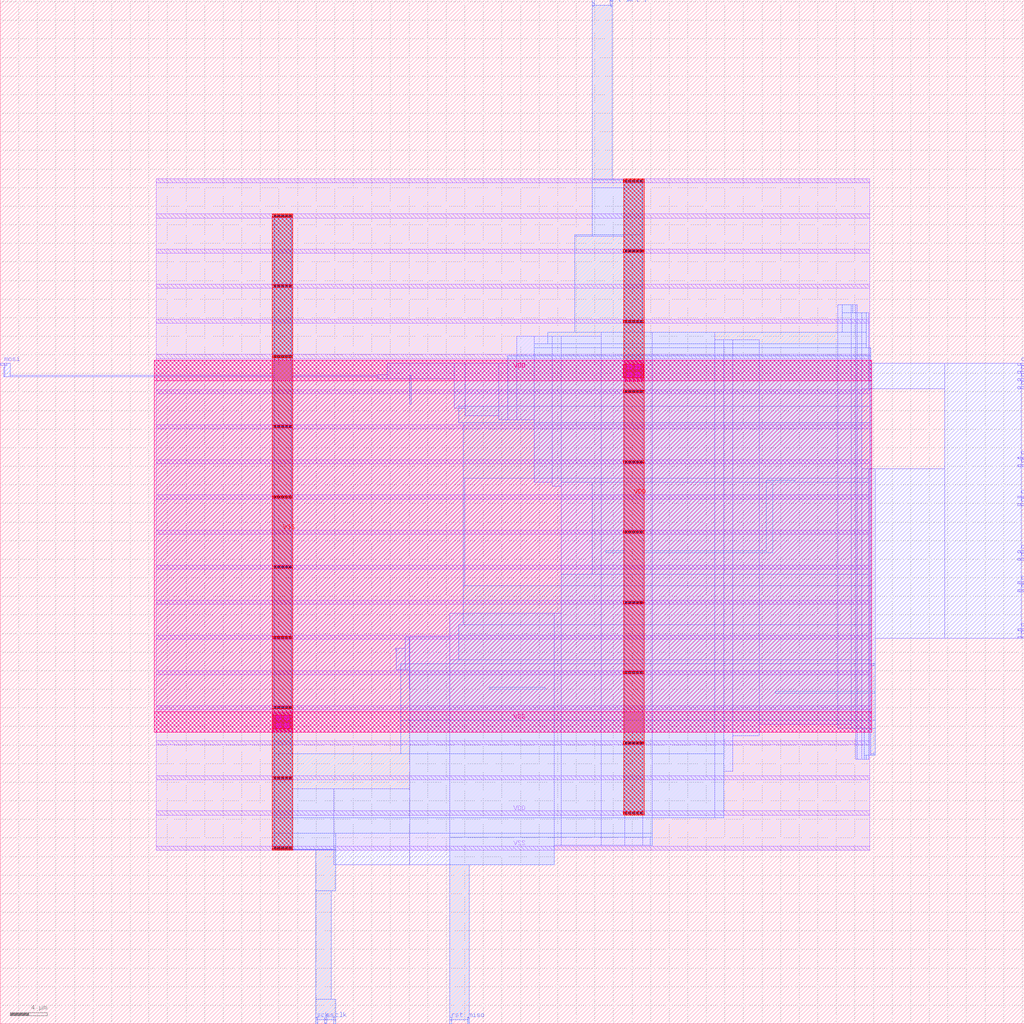
<source format=lef>
VERSION 5.8 ;
BUSBITCHARS "[]" ;
DIVIDERCHAR "/" ;
UNITS
    DATABASE MICRONS 1000 ;
END UNITS

VIA via1_2_2200_440_1_5_410_410
  VIARULE via1Array ;
  CUTSIZE 0.19 0.19 ;
  LAYERS Metal1 Via1 Metal2 ;
  CUTSPACING 0.22 0.22 ;
  ENCLOSURE 0.01 0.125 0.05 0.005 ;
  ROWCOL 1 5 ;
END via1_2_2200_440_1_5_410_410

VIA via2_3_2200_440_1_5_410_410
  VIARULE via2Array ;
  CUTSIZE 0.19 0.19 ;
  LAYERS Metal2 Via2 Metal3 ;
  CUTSPACING 0.22 0.22 ;
  ENCLOSURE 0.05 0.005 0.005 0.05 ;
  ROWCOL 1 5 ;
END via2_3_2200_440_1_5_410_410

VIA via3_4_2200_440_1_5_410_410
  VIARULE via3Array ;
  CUTSIZE 0.19 0.19 ;
  LAYERS Metal3 Via3 Metal4 ;
  CUTSPACING 0.22 0.22 ;
  ENCLOSURE 0.005 0.05 0.05 0.005 ;
  ROWCOL 1 5 ;
END via3_4_2200_440_1_5_410_410

VIA via4_5_2200_440_1_5_410_410
  VIARULE via4Array ;
  CUTSIZE 0.19 0.19 ;
  LAYERS Metal4 Via4 Metal5 ;
  CUTSPACING 0.22 0.22 ;
  ENCLOSURE 0.05 0.005 0.185 0.05 ;
  ROWCOL 1 5 ;
END via4_5_2200_440_1_5_410_410

VIA via5_6_2200_2200_2_2_840_840
  VIARULE viagen56 ;
  CUTSIZE 0.42 0.42 ;
  LAYERS Metal5 TopVia1 TopMetal1 ;
  CUTSPACING 0.42 0.42 ;
  ENCLOSURE 0.47 0.1 0.42 0.47 ;
  ROWCOL 2 2 ;
END via5_6_2200_2200_2_2_840_840

MACRO control
  FOREIGN control 0 0 ;
  CLASS BLOCK ;
  SIZE 110.22 BY 110.22 ;
  PIN VSS
    USE GROUND ;
    DIRECTION INOUT ;
    PORT
      LAYER TopMetal1 ;
        RECT  16.58 31.4 93.82 33.6 ;
      LAYER Metal5 ;
        RECT  29.3 18.68 31.5 87.16 ;
      LAYER Metal1 ;
        RECT  16.8 86.72 93.6 87.16 ;
        RECT  16.8 79.16 93.6 79.6 ;
        RECT  16.8 71.6 93.6 72.04 ;
        RECT  16.8 64.04 93.6 64.48 ;
        RECT  16.8 56.48 93.6 56.92 ;
        RECT  16.8 48.92 93.6 49.36 ;
        RECT  16.8 41.36 93.6 41.8 ;
        RECT  16.8 33.8 93.6 34.24 ;
        RECT  16.8 26.24 93.6 26.68 ;
        RECT  16.8 18.68 93.6 19.12 ;
      VIA 30.4 32.5 via5_6_2200_2200_2_2_840_840 ;
      VIA 30.4 86.94 via4_5_2200_440_1_5_410_410 ;
      VIA 30.4 86.94 via3_4_2200_440_1_5_410_410 ;
      VIA 30.4 86.94 via2_3_2200_440_1_5_410_410 ;
      VIA 30.4 86.94 via1_2_2200_440_1_5_410_410 ;
      VIA 30.4 79.38 via4_5_2200_440_1_5_410_410 ;
      VIA 30.4 79.38 via3_4_2200_440_1_5_410_410 ;
      VIA 30.4 79.38 via2_3_2200_440_1_5_410_410 ;
      VIA 30.4 79.38 via1_2_2200_440_1_5_410_410 ;
      VIA 30.4 71.82 via4_5_2200_440_1_5_410_410 ;
      VIA 30.4 71.82 via3_4_2200_440_1_5_410_410 ;
      VIA 30.4 71.82 via2_3_2200_440_1_5_410_410 ;
      VIA 30.4 71.82 via1_2_2200_440_1_5_410_410 ;
      VIA 30.4 64.26 via4_5_2200_440_1_5_410_410 ;
      VIA 30.4 64.26 via3_4_2200_440_1_5_410_410 ;
      VIA 30.4 64.26 via2_3_2200_440_1_5_410_410 ;
      VIA 30.4 64.26 via1_2_2200_440_1_5_410_410 ;
      VIA 30.4 56.7 via4_5_2200_440_1_5_410_410 ;
      VIA 30.4 56.7 via3_4_2200_440_1_5_410_410 ;
      VIA 30.4 56.7 via2_3_2200_440_1_5_410_410 ;
      VIA 30.4 56.7 via1_2_2200_440_1_5_410_410 ;
      VIA 30.4 49.14 via4_5_2200_440_1_5_410_410 ;
      VIA 30.4 49.14 via3_4_2200_440_1_5_410_410 ;
      VIA 30.4 49.14 via2_3_2200_440_1_5_410_410 ;
      VIA 30.4 49.14 via1_2_2200_440_1_5_410_410 ;
      VIA 30.4 41.58 via4_5_2200_440_1_5_410_410 ;
      VIA 30.4 41.58 via3_4_2200_440_1_5_410_410 ;
      VIA 30.4 41.58 via2_3_2200_440_1_5_410_410 ;
      VIA 30.4 41.58 via1_2_2200_440_1_5_410_410 ;
      VIA 30.4 34.02 via4_5_2200_440_1_5_410_410 ;
      VIA 30.4 34.02 via3_4_2200_440_1_5_410_410 ;
      VIA 30.4 34.02 via2_3_2200_440_1_5_410_410 ;
      VIA 30.4 34.02 via1_2_2200_440_1_5_410_410 ;
      VIA 30.4 26.46 via4_5_2200_440_1_5_410_410 ;
      VIA 30.4 26.46 via3_4_2200_440_1_5_410_410 ;
      VIA 30.4 26.46 via2_3_2200_440_1_5_410_410 ;
      VIA 30.4 26.46 via1_2_2200_440_1_5_410_410 ;
      VIA 30.4 18.9 via4_5_2200_440_1_5_410_410 ;
      VIA 30.4 18.9 via3_4_2200_440_1_5_410_410 ;
      VIA 30.4 18.9 via2_3_2200_440_1_5_410_410 ;
      VIA 30.4 18.9 via1_2_2200_440_1_5_410_410 ;
    END
  END VSS
  PIN VDD
    USE POWER ;
    DIRECTION INOUT ;
    PORT
      LAYER TopMetal1 ;
        RECT  16.58 69.2 93.82 71.4 ;
      LAYER Metal5 ;
        RECT  67.1 22.46 69.3 90.94 ;
      LAYER Metal1 ;
        RECT  16.8 90.5 93.6 90.94 ;
        RECT  16.8 82.94 93.6 83.38 ;
        RECT  16.8 75.38 93.6 75.82 ;
        RECT  16.8 67.82 93.6 68.26 ;
        RECT  16.8 60.26 93.6 60.7 ;
        RECT  16.8 52.7 93.6 53.14 ;
        RECT  16.8 45.14 93.6 45.58 ;
        RECT  16.8 37.58 93.6 38.02 ;
        RECT  16.8 30.02 93.6 30.46 ;
        RECT  16.8 22.46 93.6 22.9 ;
      VIA 68.2 70.3 via5_6_2200_2200_2_2_840_840 ;
      VIA 68.2 90.72 via4_5_2200_440_1_5_410_410 ;
      VIA 68.2 90.72 via3_4_2200_440_1_5_410_410 ;
      VIA 68.2 90.72 via2_3_2200_440_1_5_410_410 ;
      VIA 68.2 90.72 via1_2_2200_440_1_5_410_410 ;
      VIA 68.2 83.16 via4_5_2200_440_1_5_410_410 ;
      VIA 68.2 83.16 via3_4_2200_440_1_5_410_410 ;
      VIA 68.2 83.16 via2_3_2200_440_1_5_410_410 ;
      VIA 68.2 83.16 via1_2_2200_440_1_5_410_410 ;
      VIA 68.2 75.6 via4_5_2200_440_1_5_410_410 ;
      VIA 68.2 75.6 via3_4_2200_440_1_5_410_410 ;
      VIA 68.2 75.6 via2_3_2200_440_1_5_410_410 ;
      VIA 68.2 75.6 via1_2_2200_440_1_5_410_410 ;
      VIA 68.2 68.04 via4_5_2200_440_1_5_410_410 ;
      VIA 68.2 68.04 via3_4_2200_440_1_5_410_410 ;
      VIA 68.2 68.04 via2_3_2200_440_1_5_410_410 ;
      VIA 68.2 68.04 via1_2_2200_440_1_5_410_410 ;
      VIA 68.2 60.48 via4_5_2200_440_1_5_410_410 ;
      VIA 68.2 60.48 via3_4_2200_440_1_5_410_410 ;
      VIA 68.2 60.48 via2_3_2200_440_1_5_410_410 ;
      VIA 68.2 60.48 via1_2_2200_440_1_5_410_410 ;
      VIA 68.2 52.92 via4_5_2200_440_1_5_410_410 ;
      VIA 68.2 52.92 via3_4_2200_440_1_5_410_410 ;
      VIA 68.2 52.92 via2_3_2200_440_1_5_410_410 ;
      VIA 68.2 52.92 via1_2_2200_440_1_5_410_410 ;
      VIA 68.2 45.36 via4_5_2200_440_1_5_410_410 ;
      VIA 68.2 45.36 via3_4_2200_440_1_5_410_410 ;
      VIA 68.2 45.36 via2_3_2200_440_1_5_410_410 ;
      VIA 68.2 45.36 via1_2_2200_440_1_5_410_410 ;
      VIA 68.2 37.8 via4_5_2200_440_1_5_410_410 ;
      VIA 68.2 37.8 via3_4_2200_440_1_5_410_410 ;
      VIA 68.2 37.8 via2_3_2200_440_1_5_410_410 ;
      VIA 68.2 37.8 via1_2_2200_440_1_5_410_410 ;
      VIA 68.2 30.24 via4_5_2200_440_1_5_410_410 ;
      VIA 68.2 30.24 via3_4_2200_440_1_5_410_410 ;
      VIA 68.2 30.24 via2_3_2200_440_1_5_410_410 ;
      VIA 68.2 30.24 via1_2_2200_440_1_5_410_410 ;
      VIA 68.2 22.68 via4_5_2200_440_1_5_410_410 ;
      VIA 68.2 22.68 via3_4_2200_440_1_5_410_410 ;
      VIA 68.2 22.68 via2_3_2200_440_1_5_410_410 ;
      VIA 68.2 22.68 via1_2_2200_440_1_5_410_410 ;
    END
  END VDD
  PIN clk
    DIRECTION INPUT ;
    USE SIGNAL ;
    PORT
      LAYER Metal3 ;
        RECT  35.9 0 36.1 0.72 ;
    END
  END clk
  PIN dout_n[0]
    DIRECTION OUTPUT ;
    USE SIGNAL ;
    PORT
      LAYER Metal3 ;
        RECT  63.74 109.5 63.94 110.22 ;
    END
  END dout_n[0]
  PIN dout_n[1]
    DIRECTION OUTPUT ;
    USE SIGNAL ;
    PORT
      LAYER Metal2 ;
        RECT  109.5 70.04 110.22 70.24 ;
    END
  END dout_n[1]
  PIN dout_n[2]
    DIRECTION OUTPUT ;
    USE SIGNAL ;
    PORT
      LAYER Metal2 ;
        RECT  109.5 70.88 110.22 71.08 ;
    END
  END dout_n[2]
  PIN dout_n[3]
    DIRECTION OUTPUT ;
    USE SIGNAL ;
    PORT
      LAYER Metal2 ;
        RECT  109.5 60.8 110.22 61 ;
    END
  END dout_n[3]
  PIN dout_n[4]
    DIRECTION OUTPUT ;
    USE SIGNAL ;
    PORT
      LAYER Metal2 ;
        RECT  109.5 56.6 110.22 56.8 ;
    END
  END dout_n[4]
  PIN dout_n[5]
    DIRECTION OUTPUT ;
    USE SIGNAL ;
    PORT
      LAYER Metal2 ;
        RECT  109.5 50.72 110.22 50.92 ;
    END
  END dout_n[5]
  PIN dout_n[6]
    DIRECTION OUTPUT ;
    USE SIGNAL ;
    PORT
      LAYER Metal2 ;
        RECT  109.5 47.36 110.22 47.56 ;
    END
  END dout_n[6]
  PIN dout_n[7]
    DIRECTION OUTPUT ;
    USE SIGNAL ;
    PORT
      LAYER Metal2 ;
        RECT  109.5 42.32 110.22 42.52 ;
    END
  END dout_n[7]
  PIN dout_p[0]
    DIRECTION OUTPUT ;
    USE SIGNAL ;
    PORT
      LAYER Metal3 ;
        RECT  65.66 109.5 65.86 110.22 ;
    END
  END dout_p[0]
  PIN dout_p[1]
    DIRECTION OUTPUT ;
    USE SIGNAL ;
    PORT
      LAYER Metal2 ;
        RECT  109.5 68.36 110.22 68.56 ;
    END
  END dout_p[1]
  PIN dout_p[2]
    DIRECTION OUTPUT ;
    USE SIGNAL ;
    PORT
      LAYER Metal2 ;
        RECT  109.5 69.2 110.22 69.4 ;
    END
  END dout_p[2]
  PIN dout_p[3]
    DIRECTION OUTPUT ;
    USE SIGNAL ;
    PORT
      LAYER Metal2 ;
        RECT  109.5 59.96 110.22 60.16 ;
    END
  END dout_p[3]
  PIN dout_p[4]
    DIRECTION OUTPUT ;
    USE SIGNAL ;
    PORT
      LAYER Metal2 ;
        RECT  109.5 55.76 110.22 55.96 ;
    END
  END dout_p[4]
  PIN dout_p[5]
    DIRECTION OUTPUT ;
    USE SIGNAL ;
    PORT
      LAYER Metal2 ;
        RECT  109.5 49.88 110.22 50.08 ;
    END
  END dout_p[5]
  PIN dout_p[6]
    DIRECTION OUTPUT ;
    USE SIGNAL ;
    PORT
      LAYER Metal2 ;
        RECT  109.5 46.52 110.22 46.72 ;
    END
  END dout_p[6]
  PIN dout_p[7]
    DIRECTION OUTPUT ;
    USE SIGNAL ;
    PORT
      LAYER Metal2 ;
        RECT  109.5 41.48 110.22 41.68 ;
    END
  END dout_p[7]
  PIN miso
    DIRECTION OUTPUT ;
    USE SIGNAL ;
    PORT
      LAYER Metal3 ;
        RECT  50.3 0 50.5 0.72 ;
    END
  END miso
  PIN mosi
    DIRECTION INPUT ;
    USE SIGNAL ;
    PORT
      LAYER Metal2 ;
        RECT  0 70.88 0.72 71.08 ;
    END
  END mosi
  PIN rst
    DIRECTION INPUT ;
    USE SIGNAL ;
    PORT
      LAYER Metal3 ;
        RECT  48.38 0 48.58 0.72 ;
    END
  END rst
  PIN sck
    DIRECTION INPUT ;
    USE SIGNAL ;
    PORT
      LAYER Metal3 ;
        RECT  33.98 0 34.18 0.72 ;
    END
  END sck
  PIN ss
    DIRECTION INPUT ;
    USE SIGNAL ;
    PORT
      LAYER Metal3 ;
        RECT  34.94 0 35.14 0.72 ;
    END
  END ss
  OBS
    LAYER Metal1 ;
     RECT  16.8 18.68 93.6 90.94 ;
    LAYER Metal2 ;
     RECT  0.38 69.62 0.48 70.66 ;
     RECT  0.48 69.62 1.06 71.08 ;
     RECT  1.06 69.62 29.435 69.82 ;
     RECT  29.435 18.8 31.365 87.04 ;
     RECT  31.365 18.8 35.9 25.3 ;
     RECT  31.365 69.62 40.64 69.82 ;
     RECT  40.64 69.45 41.66 69.855 ;
     RECT  42.565 40.22 42.62 40.42 ;
     RECT  42.62 38.12 43.58 40.42 ;
     RECT  43.58 38.12 44 41.68 ;
     RECT  35.9 17.12 44.06 25.3 ;
     RECT  44 35.985 44.06 41.68 ;
     RECT  44.06 17.12 48.38 41.68 ;
     RECT  41.66 69.45 48.86 71.08 ;
     RECT  48.86 66.26 50.06 71.08 ;
     RECT  50.06 65.42 53.66 71.08 ;
     RECT  53.66 65 54.62 71.08 ;
     RECT  54.62 65 55.58 71.92 ;
     RECT  55.58 65 57.5 74.02 ;
     RECT  57.5 58.28 59.42 74.02 ;
     RECT  48.38 17.12 59.62 44.2 ;
     RECT  59.62 19.22 60.38 44.2 ;
     RECT  59.42 57.86 60.38 74.02 ;
     RECT  61.82 84.74 63.74 84.94 ;
     RECT  60.38 19.22 64.7 74.02 ;
     RECT  64.7 19.22 67.235 74.44 ;
     RECT  63.74 84.74 67.235 89.98 ;
     RECT  67.235 19.22 69.165 90.82 ;
     RECT  69.165 19.22 70.18 74.44 ;
     RECT  70.18 22.16 76.9 74.44 ;
     RECT  76.9 22.16 77.86 73.6 ;
     RECT  77.86 27.2 78.82 73.6 ;
     RECT  78.82 30.98 81.7 73.6 ;
     RECT  81.7 32.24 90.14 73.18 ;
     RECT  90.14 32.24 91.58 77.38 ;
     RECT  91.58 31.82 92.06 77.38 ;
     RECT  92.06 28.46 92.26 77.38 ;
     RECT  92.26 28.46 92.74 76.54 ;
     RECT  92.74 28.46 93.46 59.74 ;
     RECT  92.74 68.36 93.46 76.54 ;
     RECT  93.46 28.88 93.7 59.74 ;
     RECT  93.46 68.36 93.7 72.76 ;
     RECT  93.7 28.88 94.18 29.08 ;
     RECT  93.7 38.54 94.18 59.74 ;
     RECT  94.18 41.48 101.66 59.74 ;
     RECT  93.7 68.36 101.66 71.08 ;
     RECT  101.66 41.48 109.92 71.08 ;
    LAYER Metal3 ;
     RECT  33.98 0.42 36.1 2.62 ;
     RECT  33.98 2.62 35.62 14.3 ;
     RECT  48.38 0.42 50.5 17.12 ;
     RECT  33.98 14.3 36.1 18.755 ;
     RECT  48.38 17.12 59.62 20.06 ;
     RECT  69.98 19.22 70.18 20.06 ;
     RECT  29.48 18.755 36.1 20.48 ;
     RECT  48.38 20.06 70.18 20.48 ;
     RECT  29.48 20.48 70.18 22.16 ;
     RECT  93.02 28.46 93.22 28.88 ;
     RECT  29.48 22.16 77.86 29.08 ;
     RECT  93.02 28.88 94.18 31.82 ;
     RECT  43.1 29.08 77.86 32.66 ;
     RECT  90.14 31.82 94.18 32.66 ;
     RECT  43.1 32.66 94.18 38.74 ;
     RECT  48.38 38.74 93.7 39.16 ;
     RECT  49.34 39.16 93.7 42.94 ;
     RECT  49.82 42.94 93.7 47.14 ;
     RECT  60.38 47.14 93.7 48.4 ;
     RECT  63.74 48.4 93.7 58.28 ;
     RECT  49.82 47.14 50.02 58.7 ;
     RECT  60.38 58.28 93.7 58.7 ;
     RECT  49.82 58.7 93.7 64.7 ;
     RECT  49.34 64.7 93.7 66.46 ;
     RECT  44.06 66.68 44.26 69.82 ;
     RECT  54.62 66.46 93.7 71.92 ;
     RECT  57.5 71.92 93.7 72.76 ;
     RECT  57.5 72.76 93.22 73.18 ;
     RECT  58.94 73.18 93.22 74.44 ;
     RECT  90.62 74.44 93.22 76.54 ;
     RECT  90.62 76.54 91.78 77.38 ;
     RECT  61.82 74.44 69.12 84.94 ;
     RECT  29.48 29.08 31.32 87.085 ;
     RECT  63.74 84.94 69.12 90.865 ;
     RECT  63.74 90.865 65.86 109.62 ;
    LAYER Metal4 ;
     RECT  29.435 18.8 31.365 87.04 ;
     RECT  52.7 36.02 58.66 36.22 ;
     RECT  65.18 50.72 67.235 50.92 ;
     RECT  67.235 22.58 69.165 90.82 ;
     RECT  69.165 50.72 82.46 50.92 ;
     RECT  82.46 50.72 83.14 58.48 ;
     RECT  83.14 58.28 85.54 58.48 ;
     RECT  83.42 35.6 94.18 35.8 ;
    LAYER Metal5 ;
     RECT  29.3 18.68 31.5 87.16 ;
     RECT  67.1 22.46 69.3 90.94 ;
    LAYER TopMetal1 ;
     RECT  16.58 31.4 93.82 71.4 ;
  END
END control
END LIBRARY

</source>
